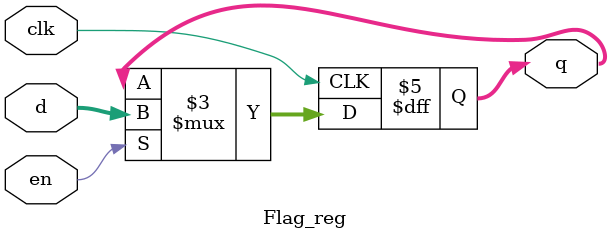
<source format=sv>

module Flag_reg(clk, en, d, q);
    
    input clk, en;
    
    /* Z (zero), V (overflow), N (sign) */
    input [2:0] d;
    
    output reg [2:0] q;
    
    always @(negedge clk) begin  
        if (en)
           q <= d;    
        else
           q <= q;
    end
    
endmodule

</source>
